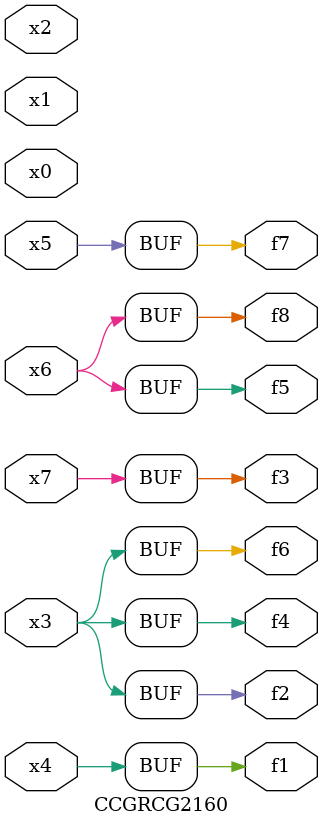
<source format=v>
module CCGRCG2160(
	input x0, x1, x2, x3, x4, x5, x6, x7,
	output f1, f2, f3, f4, f5, f6, f7, f8
);
	assign f1 = x4;
	assign f2 = x3;
	assign f3 = x7;
	assign f4 = x3;
	assign f5 = x6;
	assign f6 = x3;
	assign f7 = x5;
	assign f8 = x6;
endmodule

</source>
